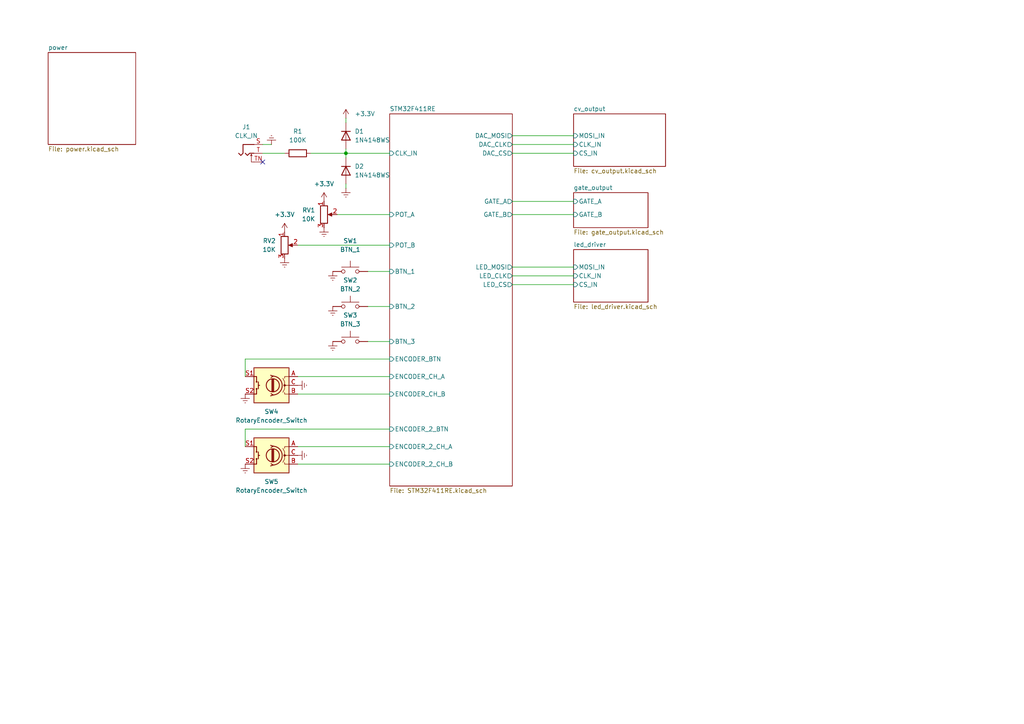
<source format=kicad_sch>
(kicad_sch (version 20231120) (generator "eeschema") (generator_version "8.0")
  (paper "A4")
  (lib_symbols
    (symbol "Device:R" (pin_numbers hide) (pin_names (offset 0))
      (property "Reference" "R" (at 2.032 0 90))
      (property "Value" "R" (at 0 0 90))
      (symbol "R_0_1"
        (rectangle (start -1.016 -2.54) (end 1.016 2.54) (stroke (width 0.254)))
      )
      (symbol "R_1_1"
        (pin passive line (at 0 3.81 270) (length 1.27) (name "~") (number "1"))
        (pin passive line (at 0 -3.81 90) (length 1.27) (name "~") (number "2"))
      )
    )
    (symbol "Device:RotaryEncoder_Switch" (pin_names (offset 0.254) hide)
      (property "Reference" "SW" (at 0 6.604 0))
      (property "Value" "RotaryEncoder_Switch" (at 0 -6.604 0))
      (symbol "RotaryEncoder_Switch_0_1"
        (rectangle (start -5.08 5.08) (end 5.08 -5.08) (stroke (width 0.254)) (fill (type background)))
        (circle (center -3.81 0) (radius 0.254) (fill (type outline)))
        (circle (center -0.381 0) (radius 1.905) (stroke (width 0.254)))
        (arc (start -0.381 2.667) (mid -3.0988 -0.0635) (end -0.381 -2.794) (stroke (width 0.254)))
        (polyline (pts (xy -0.635 -1.778) (xy -0.635 1.778)) (stroke (width 0.254)))
        (polyline (pts (xy -0.381 -1.778) (xy -0.381 1.778)) (stroke (width 0.254)))
        (polyline (pts (xy -0.127 1.778) (xy -0.127 -1.778)) (stroke (width 0.254)))
        (polyline (pts (xy 3.81 0) (xy 3.429 0)) (stroke (width 0.254)))
        (polyline (pts (xy 3.81 1.016) (xy 3.81 -1.016)) (stroke (width 0.254)))
        (polyline (pts (xy -5.08 -2.54) (xy -3.81 -2.54) (xy -3.81 -2.032)))
        (polyline (pts (xy -5.08 2.54) (xy -3.81 2.54) (xy -3.81 2.032)))
        (polyline (pts (xy 0.254 -3.048) (xy -0.508 -2.794) (xy 0.127 -2.413)) (stroke (width 0.254)))
        (polyline (pts (xy 0.254 2.921) (xy -0.508 2.667) (xy 0.127 2.286)) (stroke (width 0.254)))
        (polyline (pts (xy 5.08 -2.54) (xy 4.318 -2.54) (xy 4.318 -1.016)) (stroke (width 0.254)))
        (polyline (pts (xy 5.08 2.54) (xy 4.318 2.54) (xy 4.318 1.016)) (stroke (width 0.254)))
        (polyline (pts (xy -5.08 0) (xy -3.81 0) (xy -3.81 -1.016) (xy -3.302 -2.032)))
        (polyline (pts (xy -4.318 0) (xy -3.81 0) (xy -3.81 1.016) (xy -3.302 2.032)))
        (circle (center 4.318 -1.016) (radius 0.127) (stroke (width 0.254)))
        (circle (center 4.318 1.016) (radius 0.127) (stroke (width 0.254)))
      )
      (symbol "RotaryEncoder_Switch_1_1"
        (pin passive line (at -7.62 2.54 0) (length 2.54) (name "A") (number "A"))
        (pin passive line (at -7.62 -2.54 0) (length 2.54) (name "B") (number "B"))
        (pin passive line (at -7.62 0 0) (length 2.54) (name "C") (number "C"))
        (pin passive line (at 7.62 2.54 180) (length 2.54) (name "S1") (number "S1"))
        (pin passive line (at 7.62 -2.54 180) (length 2.54) (name "S2") (number "S2"))
      )
    )
    (symbol "Diode:1N4148WS" (pin_numbers hide) (pin_names hide)
      (property "Reference" "D" (at 0 2.54 0))
      (property "Value" "1N4148WS" (at 0 -2.54 0))
      (symbol "1N4148WS_0_1"
        (polyline (pts (xy -1.27 1.27) (xy -1.27 -1.27)) (stroke (width 0.254)))
        (polyline (pts (xy 1.27 0) (xy -1.27 0)))
        (polyline (pts (xy 1.27 1.27) (xy 1.27 -1.27) (xy -1.27 0) (xy 1.27 1.27)) (stroke (width 0.254)))
      )
      (symbol "1N4148WS_1_1"
        (pin passive line (at -3.81 0 0) (length 2.54) (name "K") (number "1"))
        (pin passive line (at 3.81 0 180) (length 2.54) (name "A") (number "2"))
      )
    )
    (symbol "Switch:SW_Push" (pin_numbers hide) (pin_names (offset 1.016) hide)
      (property "Reference" "SW" (at 1.27 2.54 0))
      (property "Value" "SW_Push" (at 0 -1.524 0))
      (symbol "SW_Push_0_1"
        (circle (center -2.032 0) (radius 0.508))
        (polyline (pts (xy 0 1.27) (xy 0 3.048)))
        (polyline (pts (xy 2.54 1.27) (xy -2.54 1.27)))
        (circle (center 2.032 0) (radius 0.508))
        (pin passive line (at -5.08 0 0) (length 2.54) (name "1") (number "1"))
        (pin passive line (at 5.08 0 180) (length 2.54) (name "2") (number "2"))
      )
    )
    (symbol "power:+3.3V" (power) (pin_numbers hide) (pin_names (offset 0) hide)
      (property "Value" "+3.3V" (at 0 3.556 0))
      (symbol "+3.3V_0_1"
        (polyline (pts (xy -0.762 1.27) (xy 0 2.54)))
        (polyline (pts (xy 0 0) (xy 0 2.54)))
        (polyline (pts (xy 0 2.54) (xy 0.762 1.27)))
      )
      (symbol "+3.3V_1_1"
        (pin power_in line (at 0 0 90) (length 0) (name "~") (number "1"))
      )
    )
    (symbol "power:GNDREF" (power) (pin_numbers hide) (pin_names (offset 0) hide)
      (property "Value" "GNDREF" (at 0 -3.81 0))
      (symbol "GNDREF_0_1"
        (polyline (pts (xy -0.635 -1.905) (xy 0.635 -1.905)))
        (polyline (pts (xy -0.127 -2.54) (xy 0.127 -2.54)))
        (polyline (pts (xy 0 -1.27) (xy 0 0)))
        (polyline (pts (xy 1.27 -1.27) (xy -1.27 -1.27)))
      )
      (symbol "GNDREF_1_1"
        (pin power_in line (at 0 0 270) (length 0) (name "~") (number "1"))
      )
    )
    (symbol "synth:AudioJack_Mono_3.5mm"
      (property "Reference" "J" (at 0 8.89 0))
      (property "Value" "AudioJack_Mono_3.5mm" (at 0 6.35 0))
      (symbol "AudioJack_Mono_3.5mm_0_1"
        (polyline (pts (xy 1.778 -0.254) (xy 2.032 -0.762)))
        (polyline (pts (xy 0 0) (xy 0.635 -0.635) (xy 1.27 0) (xy 2.54 0)) (stroke (width 0.254)))
        (polyline (pts (xy 2.54 -2.54) (xy 1.778 -2.54) (xy 1.778 -0.254) (xy 1.524 -0.762)))
        (polyline (pts (xy 2.54 2.54) (xy -0.635 2.54) (xy -0.635 0) (xy -1.27 -0.635) (xy -1.905 0)) (stroke (width 0.254)))
      )
      (symbol "AudioJack_Mono_3.5mm_1_1"
        (pin passive line (at 5.08 2.54 180) (length 2.54) (name "~") (number "S"))
        (pin passive line (at 5.08 0 180) (length 2.54) (name "~") (number "T"))
        (pin passive line (at 5.08 -2.54 180) (length 2.54) (name "~") (number "TN"))
      )
    )
    (symbol "synth:R_Potentiometer (P0915N)" (pin_names (offset 1.016) hide)
      (property "Reference" "RV" (at -4.445 0 90))
      (property "Value" "R_Potentiometer" (at -2.54 0 90))
      (symbol "R_Potentiometer (P0915N)_0_1"
        (rectangle (start -1.016 2.54) (end 1.016 -2.54) (stroke (width 0.254)))
        (polyline (pts (xy 2.54 0) (xy 1.524 0)))
        (polyline (pts (xy 1.143 0) (xy 2.286 0.508) (xy 2.286 -0.508) (xy 1.143 0)) (fill (type outline)))
      )
      (symbol "R_Potentiometer (P0915N)_1_1"
        (pin passive line (at 0 3.81 270) (length 1.27) (name "1") (number "1"))
        (pin passive line (at 3.81 0 180) (length 1.27) (name "2") (number "2"))
        (pin passive line (at 0 -3.81 90) (length 1.27) (name "3") (number "3"))
      )
    )
  )
  (junction (at 100.33 44.45))
  (no_connect (at 76.2 46.99))
  (wire (pts (xy 148.59 41.91) (xy 166.37 41.91)))
  (wire (pts (xy 106.68 78.74) (xy 113.03 78.74)))
  (wire (pts (xy 148.59 44.45) (xy 166.37 44.45)))
  (wire (pts (xy 86.36 109.22) (xy 113.03 109.22)))
  (wire (pts (xy 100.33 43.18) (xy 100.33 44.45)))
  (wire (pts (xy 76.2 44.45) (xy 82.55 44.45)))
  (wire (pts (xy 148.59 62.23) (xy 166.37 62.23)))
  (wire (pts (xy 113.03 124.46) (xy 71.12 124.46)))
  (wire (pts (xy 71.12 104.14) (xy 113.03 104.14)))
  (wire (pts (xy 148.59 82.55) (xy 166.37 82.55)))
  (wire (pts (xy 148.59 77.47) (xy 166.37 77.47)))
  (wire (pts (xy 78.74 41.91) (xy 76.2 41.91)))
  (wire (pts (xy 86.36 129.54) (xy 113.03 129.54)))
  (wire (pts (xy 100.33 44.45) (xy 113.03 44.45)))
  (wire (pts (xy 100.33 34.29) (xy 100.33 35.56)))
  (wire (pts (xy 86.36 71.12) (xy 113.03 71.12)))
  (wire (pts (xy 148.59 39.37) (xy 166.37 39.37)))
  (wire (pts (xy 106.68 99.06) (xy 113.03 99.06)))
  (wire (pts (xy 71.12 109.22) (xy 71.12 104.14)))
  (wire (pts (xy 148.59 80.01) (xy 166.37 80.01)))
  (wire (pts (xy 100.33 53.34) (xy 100.33 54.61)))
  (wire (pts (xy 100.33 44.45) (xy 100.33 45.72)))
  (wire (pts (xy 86.36 114.3) (xy 113.03 114.3)))
  (wire (pts (xy 90.17 44.45) (xy 100.33 44.45)))
  (wire (pts (xy 71.12 124.46) (xy 71.12 129.54)))
  (wire (pts (xy 86.36 134.62) (xy 113.03 134.62)))
  (wire (pts (xy 97.79 62.23) (xy 113.03 62.23)))
  (wire (pts (xy 106.68 88.9) (xy 113.03 88.9)))
  (wire (pts (xy 148.59 58.42) (xy 166.37 58.42)))
  (symbol (lib_id "Device:R") (at 86.36 44.45 270) (unit 1)
    (property "Reference" "R1" (at 86.36 38.1 90))
    (property "Value" "100K" (at 86.36 40.64 90))
    (property "Footprint" "Resistor_SMD:R_0805_2012Metric_Pad1.20x1.40mm_HandSolder" (effects (hide yes)))
    (property "Description" "Resistor" (effects (hide yes)))
  )
  (symbol (lib_id "power:GNDREF") (at 86.36 111.76 90) (unit 1)
    (property "Reference" "#PWR011" (effects (hide yes)))
    (property "Value" "GNDREF" (effects (hide yes)))
    (property "Description" "Power symbol creates a global label with name \"GNDREF\" , reference supply ground" (effects (hide yes)))
  )
  (symbol (lib_id "Switch:SW_Push") (at 101.6 88.9 0) (unit 1)
    (property "Reference" "SW2" (at 101.6 81.28 0))
    (property "Value" "BTN_2" (at 101.6 83.82 0))
    (property "Footprint" "Button_Switch_THT:SW_PUSH_6mm" (effects (hide yes)))
    (property "Description" "Push button switch, generic, two pins" (effects (hide yes)))
  )
  (symbol (lib_id "power:GNDREF") (at 93.98 66.04 0) (unit 1)
    (property "Reference" "#PWR05" (effects (hide yes)))
    (property "Value" "GNDREF" (effects (hide yes)))
    (property "Description" "Power symbol creates a global label with name \"GNDREF\" , reference supply ground" (effects (hide yes)))
  )
  (symbol (lib_id "Switch:SW_Push") (at 101.6 78.74 0) (unit 1)
    (property "Reference" "SW1" (at 101.6 69.85 0))
    (property "Value" "BTN_1" (at 101.6 72.39 0))
    (property "Footprint" "Button_Switch_THT:SW_PUSH_6mm" (effects (hide yes)))
    (property "Description" "Push button switch, generic, two pins" (effects (hide yes)))
  )
  (symbol (lib_id "power:GNDREF") (at 78.74 41.91 180) (unit 1)
    (property "Reference" "#PWR02" (effects (hide yes)))
    (property "Value" "GNDREF" (effects (hide yes)))
    (property "Description" "Power symbol creates a global label with name \"GNDREF\" , reference supply ground" (effects (hide yes)))
  )
  (symbol (lib_id "Device:RotaryEncoder_Switch") (at 78.74 132.08 0) (mirror y) (unit 1)
    (property "Reference" "SW5" (at 78.74 139.7 0))
    (property "Value" "RotaryEncoder_Switch" (at 78.74 142.24 0))
    (property "Footprint" "Synth:RotaryEncoder_Alps_EC11E-Switch_Vertical_H20mm_CircularMountingHoles" (effects (hide yes)))
    (property "Description" "Rotary encoder, dual channel, incremental quadrate outputs, with switch" (effects (hide yes)))
  )
  (symbol (lib_id "power:GNDREF") (at 96.52 99.06 0) (unit 1)
    (property "Reference" "#PWR010" (effects (hide yes)))
    (property "Value" "GNDREF" (effects (hide yes)))
    (property "Description" "Power symbol creates a global label with name \"GNDREF\" , reference supply ground" (effects (hide yes)))
  )
  (symbol (lib_id "synth:AudioJack_Mono_3.5mm") (at 71.12 44.45 0) (unit 1)
    (property "Reference" "J1" (at 71.4375 36.83 0))
    (property "Value" "CLK_IN" (at 71.4375 39.37 0))
    (property "Footprint" "Synth:Jack_3.5mm_QingPu_WQP-PJ398SM_Vertical_CircularHoles" (effects (hide yes)))
    (property "Description" "Audio Jack, 2 Poles (Mono / TS), Switched T Pole (Normalling)" (effects (hide yes)))
  )
  (symbol (lib_id "power:GNDREF") (at 100.33 54.61 0) (unit 1)
    (property "Reference" "#PWR03" (effects (hide yes)))
    (property "Value" "GNDREF" (effects (hide yes)))
    (property "Description" "Power symbol creates a global label with name \"GNDREF\" , reference supply ground" (effects (hide yes)))
  )
  (symbol (lib_id "Device:RotaryEncoder_Switch") (at 78.74 111.76 0) (mirror y) (unit 1)
    (property "Reference" "SW4" (at 78.74 119.38 0))
    (property "Value" "RotaryEncoder_Switch" (at 78.74 121.92 0))
    (property "Footprint" "Synth:RotaryEncoder_Alps_EC11E-Switch_Vertical_H20mm_CircularMountingHoles" (effects (hide yes)))
    (property "Description" "Rotary encoder, dual channel, incremental quadrate outputs, with switch" (effects (hide yes)))
  )
  (symbol (lib_id "synth:R_Potentiometer (P0915N)") (at 82.55 71.12 0) (unit 1)
    (property "Reference" "RV2" (at 80.01 69.8499 0) (effects (justify right)))
    (property "Value" "10K" (at 80.01 72.3899 0) (effects (justify right)))
    (property "Footprint" "Synth:Potentiometer_TT_P0915N" (effects (hide yes)))
    (property "Description" "Potentiometer" (effects (hide yes)))
  )
  (symbol (lib_id "synth:R_Potentiometer (P0915N)") (at 93.98 62.23 0) (unit 1)
    (property "Reference" "RV1" (at 91.44 60.9599 0) (effects (justify right)))
    (property "Value" "10K" (at 91.44 63.4999 0) (effects (justify right)))
    (property "Footprint" "Synth:Potentiometer_TT_P0915N" (effects (hide yes)))
    (property "Description" "Potentiometer" (effects (hide yes)))
  )
  (symbol (lib_id "Switch:SW_Push") (at 101.6 99.06 0) (unit 1)
    (property "Reference" "SW3" (at 101.6 91.44 0))
    (property "Value" "BTN_3" (at 101.6 93.98 0))
    (property "Footprint" "Button_Switch_THT:SW_PUSH_6mm" (effects (hide yes)))
    (property "Description" "Push button switch, generic, two pins" (effects (hide yes)))
  )
  (symbol (lib_id "power:GNDREF") (at 71.12 114.3 0) (unit 1)
    (property "Reference" "#PWR012" (effects (hide yes)))
    (property "Value" "GNDREF" (effects (hide yes)))
    (property "Description" "Power symbol creates a global label with name \"GNDREF\" , reference supply ground" (effects (hide yes)))
  )
  (symbol (lib_id "Diode:1N4148WS") (at 100.33 49.53 270) (unit 1)
    (property "Reference" "D2" (at 102.87 48.2599 90) (effects (justify left)))
    (property "Value" "1N4148WS" (at 102.87 50.7999 90) (effects (justify left)))
    (property "Footprint" "Diode_SMD:D_SOD-323_HandSoldering" (effects (hide yes)))
    (property "Datasheet" "https://www.vishay.com/docs/85751/1n4148ws.pdf" (effects (hide yes)))
    (property "Description" "75V 0.15A Fast switching Diode, SOD-323" (effects (hide yes)))
    (property "Sim.Device" "D" (effects (hide yes)))
    (property "Sim.Pins" "1=K 2=A" (effects (hide yes)))
  )
  (symbol (lib_id "power:GNDREF") (at 86.36 132.08 90) (unit 1)
    (property "Reference" "#PWR013" (effects (hide yes)))
    (property "Value" "GNDREF" (effects (hide yes)))
    (property "Description" "Power symbol creates a global label with name \"GNDREF\" , reference supply ground" (effects (hide yes)))
  )
  (symbol (lib_id "power:GNDREF") (at 71.12 134.62 0) (unit 1)
    (property "Reference" "#PWR014" (effects (hide yes)))
    (property "Value" "GNDREF" (effects (hide yes)))
    (property "Description" "Power symbol creates a global label with name \"GNDREF\" , reference supply ground" (effects (hide yes)))
  )
  (symbol (lib_id "Diode:1N4148WS") (at 100.33 39.37 270) (unit 1)
    (property "Reference" "D1" (at 102.87 38.0999 90) (effects (justify left)))
    (property "Value" "1N4148WS" (at 102.87 40.6399 90) (effects (justify left)))
    (property "Footprint" "Diode_SMD:D_SOD-323_HandSoldering" (effects (hide yes)))
    (property "Datasheet" "https://www.vishay.com/docs/85751/1n4148ws.pdf" (effects (hide yes)))
    (property "Description" "75V 0.15A Fast switching Diode, SOD-323" (effects (hide yes)))
    (property "Sim.Device" "D" (effects (hide yes)))
    (property "Sim.Pins" "1=K 2=A" (effects (hide yes)))
  )
  (symbol (lib_id "power:GNDREF") (at 96.52 78.74 0) (unit 1)
    (property "Reference" "#PWR08" (effects (hide yes)))
    (property "Value" "GNDREF" (effects (hide yes)))
    (property "Description" "Power symbol creates a global label with name \"GNDREF\" , reference supply ground" (effects (hide yes)))
  )
  (symbol (lib_id "power:GNDREF") (at 96.52 88.9 0) (unit 1)
    (property "Reference" "#PWR09" (effects (hide yes)))
    (property "Value" "GNDREF" (effects (hide yes)))
    (property "Description" "Power symbol creates a global label with name \"GNDREF\" , reference supply ground" (effects (hide yes)))
  )
  (symbol (lib_id "power:+3.3V") (at 100.33 34.29 0) (unit 1)
    (property "Reference" "#PWR01" (effects (hide yes)))
    (property "Value" "+3.3V" (at 102.87 33.0199 0) (effects (justify left)))
    (property "Description" "Power symbol creates a global label with name \"+3.3V\"" (effects (hide yes)))
  )
  (symbol (lib_id "power:GNDREF") (at 82.55 74.93 0) (unit 1)
    (property "Reference" "#PWR07" (effects (hide yes)))
    (property "Value" "GNDREF" (effects (hide yes)))
    (property "Description" "Power symbol creates a global label with name \"GNDREF\" , reference supply ground" (effects (hide yes)))
  )
  (symbol (lib_id "power:+3.3V") (at 93.98 58.42 0) (unit 1)
    (property "Reference" "#PWR04" (effects (hide yes)))
    (property "Value" "+3.3V" (at 93.98 53.34 0))
    (property "Description" "Power symbol creates a global label with name \"+3.3V\"" (effects (hide yes)))
  )
  (symbol (lib_id "power:+3.3V") (at 82.55 67.31 0) (unit 1)
    (property "Reference" "#PWR06" (effects (hide yes)))
    (property "Value" "+3.3V" (at 82.55 62.23 0))
    (property "Description" "Power symbol creates a global label with name \"+3.3V\"" (effects (hide yes)))
  )
  (sheet (at 166.37 55.88) (size 21.59 10.16) (stroke (width 0.1524))
    (property "Sheetname" "gate_output" (at 166.37 55.1684 0) (effects (justify left bottom)))
    (property "Sheetfile" "gate_output.kicad_sch" (at 166.37 66.6246 0) (effects (justify left top)))
    (pin "GATE_A" input (at 166.37 58.42 180))
    (pin "GATE_B" input (at 166.37 62.23 180))
  )
  (sheet (at 13.97 15.24) (size 25.4 26.67) (stroke (width 0.1524))
    (property "Sheetname" "power" (at 13.97 14.5284 0) (effects (justify left bottom)))
    (property "Sheetfile" "power.kicad_sch" (at 13.97 42.4946 0) (effects (justify left top)))
  )
  (sheet (at 166.37 33.02) (size 26.67 15.24) (stroke (width 0.1524))
    (property "Sheetname" "cv_output" (at 166.37 32.3084 0) (effects (justify left bottom)))
    (property "Sheetfile" "cv_output.kicad_sch" (at 166.37 48.8446 0) (effects (justify left top)))
    (pin "MOSI_IN" input (at 166.37 39.37 180))
    (pin "CLK_IN" input (at 166.37 41.91 180))
    (pin "CS_IN" input (at 166.37 44.45 180))
  )
  (sheet (at 166.37 72.39) (size 21.59 15.24) (stroke (width 0.1524))
    (property "Sheetname" "led_driver" (at 166.37 71.6784 0) (effects (justify left bottom)))
    (property "Sheetfile" "led_driver.kicad_sch" (at 166.37 88.2146 0) (effects (justify left top)))
    (pin "MOSI_IN" input (at 166.37 77.47 180))
    (pin "CLK_IN" input (at 166.37 80.01 180))
    (pin "CS_IN" input (at 166.37 82.55 180))
  )
  (sheet (at 113.03 33.02) (size 35.56 107.95) (stroke (width 0.1524))
    (property "Sheetname" "STM32F411RE" (at 113.03 32.3084 0) (effects (justify left bottom)))
    (property "Sheetfile" "STM32F411RE.kicad_sch" (at 113.03 141.5546 0) (effects (justify left top)))
    (pin "ENCODER_CH_B" input (at 113.03 114.3 180))
    (pin "ENCODER_CH_A" input (at 113.03 109.22 180))
    (pin "POT_B" input (at 113.03 71.12 180))
    (pin "POT_A" input (at 113.03 62.23 180))
    (pin "LED_CS" output (at 148.59 82.55 0))
    (pin "LED_MOSI" output (at 148.59 77.47 0))
    (pin "DAC_CS" output (at 148.59 44.45 0))
    (pin "LED_CLK" output (at 148.59 80.01 0))
    (pin "BTN_1" input (at 113.03 78.74 180))
    (pin "BTN_3" input (at 113.03 99.06 180))
    (pin "BTN_2" input (at 113.03 88.9 180))
    (pin "DAC_MOSI" output (at 148.59 39.37 0))
    (pin "DAC_CLK" output (at 148.59 41.91 0))
    (pin "ENCODER_2_CH_B" input (at 113.03 134.62 180))
    (pin "ENCODER_2_BTN" input (at 113.03 124.46 180))
    (pin "ENCODER_2_CH_A" input (at 113.03 129.54 180))
    (pin "CLK_IN" input (at 113.03 44.45 180))
    (pin "ENCODER_BTN" input (at 113.03 104.14 180))
    (pin "GATE_A" output (at 148.59 58.42 0))
    (pin "GATE_B" output (at 148.59 62.23 0))
  )
)
</source>
